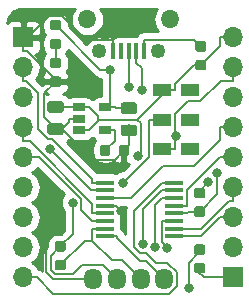
<source format=gtl>
G04 #@! TF.GenerationSoftware,KiCad,Pcbnew,(5.1.2)-1*
G04 #@! TF.CreationDate,2020-01-01T10:54:38+09:00*
G04 #@! TF.ProjectId,converter,636f6e76-6572-4746-9572-2e6b69636164,v1.0*
G04 #@! TF.SameCoordinates,Original*
G04 #@! TF.FileFunction,Copper,L1,Top*
G04 #@! TF.FilePolarity,Positive*
%FSLAX46Y46*%
G04 Gerber Fmt 4.6, Leading zero omitted, Abs format (unit mm)*
G04 Created by KiCad (PCBNEW (5.1.2)-1) date 2020-01-01 10:54:38*
%MOMM*%
%LPD*%
G04 APERTURE LIST*
%ADD10C,0.100000*%
%ADD11C,0.975000*%
%ADD12C,0.875000*%
%ADD13O,1.250000X1.250000*%
%ADD14O,1.550000X1.550000*%
%ADD15R,0.400000X1.350000*%
%ADD16R,1.060000X0.650000*%
%ADD17O,1.524000X1.800000*%
%ADD18O,1.700000X1.700000*%
%ADD19R,1.700000X1.700000*%
%ADD20R,1.600000X1.000000*%
%ADD21R,1.500000X0.450000*%
%ADD22C,0.800000*%
%ADD23C,0.200000*%
%ADD24C,0.254000*%
G04 APERTURE END LIST*
D10*
G36*
X102280142Y-136813174D02*
G01*
X102303803Y-136816684D01*
X102327007Y-136822496D01*
X102349529Y-136830554D01*
X102371153Y-136840782D01*
X102391670Y-136853079D01*
X102410883Y-136867329D01*
X102428607Y-136883393D01*
X102444671Y-136901117D01*
X102458921Y-136920330D01*
X102471218Y-136940847D01*
X102481446Y-136962471D01*
X102489504Y-136984993D01*
X102495316Y-137008197D01*
X102498826Y-137031858D01*
X102500000Y-137055750D01*
X102500000Y-137543250D01*
X102498826Y-137567142D01*
X102495316Y-137590803D01*
X102489504Y-137614007D01*
X102481446Y-137636529D01*
X102471218Y-137658153D01*
X102458921Y-137678670D01*
X102444671Y-137697883D01*
X102428607Y-137715607D01*
X102410883Y-137731671D01*
X102391670Y-137745921D01*
X102371153Y-137758218D01*
X102349529Y-137768446D01*
X102327007Y-137776504D01*
X102303803Y-137782316D01*
X102280142Y-137785826D01*
X102256250Y-137787000D01*
X101343750Y-137787000D01*
X101319858Y-137785826D01*
X101296197Y-137782316D01*
X101272993Y-137776504D01*
X101250471Y-137768446D01*
X101228847Y-137758218D01*
X101208330Y-137745921D01*
X101189117Y-137731671D01*
X101171393Y-137715607D01*
X101155329Y-137697883D01*
X101141079Y-137678670D01*
X101128782Y-137658153D01*
X101118554Y-137636529D01*
X101110496Y-137614007D01*
X101104684Y-137590803D01*
X101101174Y-137567142D01*
X101100000Y-137543250D01*
X101100000Y-137055750D01*
X101101174Y-137031858D01*
X101104684Y-137008197D01*
X101110496Y-136984993D01*
X101118554Y-136962471D01*
X101128782Y-136940847D01*
X101141079Y-136920330D01*
X101155329Y-136901117D01*
X101171393Y-136883393D01*
X101189117Y-136867329D01*
X101208330Y-136853079D01*
X101228847Y-136840782D01*
X101250471Y-136830554D01*
X101272993Y-136822496D01*
X101296197Y-136816684D01*
X101319858Y-136813174D01*
X101343750Y-136812000D01*
X102256250Y-136812000D01*
X102280142Y-136813174D01*
X102280142Y-136813174D01*
G37*
D11*
X101800000Y-137299500D03*
D10*
G36*
X102280142Y-134938174D02*
G01*
X102303803Y-134941684D01*
X102327007Y-134947496D01*
X102349529Y-134955554D01*
X102371153Y-134965782D01*
X102391670Y-134978079D01*
X102410883Y-134992329D01*
X102428607Y-135008393D01*
X102444671Y-135026117D01*
X102458921Y-135045330D01*
X102471218Y-135065847D01*
X102481446Y-135087471D01*
X102489504Y-135109993D01*
X102495316Y-135133197D01*
X102498826Y-135156858D01*
X102500000Y-135180750D01*
X102500000Y-135668250D01*
X102498826Y-135692142D01*
X102495316Y-135715803D01*
X102489504Y-135739007D01*
X102481446Y-135761529D01*
X102471218Y-135783153D01*
X102458921Y-135803670D01*
X102444671Y-135822883D01*
X102428607Y-135840607D01*
X102410883Y-135856671D01*
X102391670Y-135870921D01*
X102371153Y-135883218D01*
X102349529Y-135893446D01*
X102327007Y-135901504D01*
X102303803Y-135907316D01*
X102280142Y-135910826D01*
X102256250Y-135912000D01*
X101343750Y-135912000D01*
X101319858Y-135910826D01*
X101296197Y-135907316D01*
X101272993Y-135901504D01*
X101250471Y-135893446D01*
X101228847Y-135883218D01*
X101208330Y-135870921D01*
X101189117Y-135856671D01*
X101171393Y-135840607D01*
X101155329Y-135822883D01*
X101141079Y-135803670D01*
X101128782Y-135783153D01*
X101118554Y-135761529D01*
X101110496Y-135739007D01*
X101104684Y-135715803D01*
X101101174Y-135692142D01*
X101100000Y-135668250D01*
X101100000Y-135180750D01*
X101101174Y-135156858D01*
X101104684Y-135133197D01*
X101110496Y-135109993D01*
X101118554Y-135087471D01*
X101128782Y-135065847D01*
X101141079Y-135045330D01*
X101155329Y-135026117D01*
X101171393Y-135008393D01*
X101189117Y-134992329D01*
X101208330Y-134978079D01*
X101228847Y-134965782D01*
X101250471Y-134955554D01*
X101272993Y-134947496D01*
X101296197Y-134941684D01*
X101319858Y-134938174D01*
X101343750Y-134937000D01*
X102256250Y-134937000D01*
X102280142Y-134938174D01*
X102280142Y-134938174D01*
G37*
D11*
X101800000Y-135424500D03*
D10*
G36*
X106240691Y-138626053D02*
G01*
X106261926Y-138629203D01*
X106282750Y-138634419D01*
X106302962Y-138641651D01*
X106322368Y-138650830D01*
X106340781Y-138661866D01*
X106358024Y-138674654D01*
X106373930Y-138689070D01*
X106388346Y-138704976D01*
X106401134Y-138722219D01*
X106412170Y-138740632D01*
X106421349Y-138760038D01*
X106428581Y-138780250D01*
X106433797Y-138801074D01*
X106436947Y-138822309D01*
X106438000Y-138843750D01*
X106438000Y-139356250D01*
X106436947Y-139377691D01*
X106433797Y-139398926D01*
X106428581Y-139419750D01*
X106421349Y-139439962D01*
X106412170Y-139459368D01*
X106401134Y-139477781D01*
X106388346Y-139495024D01*
X106373930Y-139510930D01*
X106358024Y-139525346D01*
X106340781Y-139538134D01*
X106322368Y-139549170D01*
X106302962Y-139558349D01*
X106282750Y-139565581D01*
X106261926Y-139570797D01*
X106240691Y-139573947D01*
X106219250Y-139575000D01*
X105781750Y-139575000D01*
X105760309Y-139573947D01*
X105739074Y-139570797D01*
X105718250Y-139565581D01*
X105698038Y-139558349D01*
X105678632Y-139549170D01*
X105660219Y-139538134D01*
X105642976Y-139525346D01*
X105627070Y-139510930D01*
X105612654Y-139495024D01*
X105599866Y-139477781D01*
X105588830Y-139459368D01*
X105579651Y-139439962D01*
X105572419Y-139419750D01*
X105567203Y-139398926D01*
X105564053Y-139377691D01*
X105563000Y-139356250D01*
X105563000Y-138843750D01*
X105564053Y-138822309D01*
X105567203Y-138801074D01*
X105572419Y-138780250D01*
X105579651Y-138760038D01*
X105588830Y-138740632D01*
X105599866Y-138722219D01*
X105612654Y-138704976D01*
X105627070Y-138689070D01*
X105642976Y-138674654D01*
X105660219Y-138661866D01*
X105678632Y-138650830D01*
X105698038Y-138641651D01*
X105718250Y-138634419D01*
X105739074Y-138629203D01*
X105760309Y-138626053D01*
X105781750Y-138625000D01*
X106219250Y-138625000D01*
X106240691Y-138626053D01*
X106240691Y-138626053D01*
G37*
D12*
X106000500Y-139100000D03*
D10*
G36*
X107815691Y-138626053D02*
G01*
X107836926Y-138629203D01*
X107857750Y-138634419D01*
X107877962Y-138641651D01*
X107897368Y-138650830D01*
X107915781Y-138661866D01*
X107933024Y-138674654D01*
X107948930Y-138689070D01*
X107963346Y-138704976D01*
X107976134Y-138722219D01*
X107987170Y-138740632D01*
X107996349Y-138760038D01*
X108003581Y-138780250D01*
X108008797Y-138801074D01*
X108011947Y-138822309D01*
X108013000Y-138843750D01*
X108013000Y-139356250D01*
X108011947Y-139377691D01*
X108008797Y-139398926D01*
X108003581Y-139419750D01*
X107996349Y-139439962D01*
X107987170Y-139459368D01*
X107976134Y-139477781D01*
X107963346Y-139495024D01*
X107948930Y-139510930D01*
X107933024Y-139525346D01*
X107915781Y-139538134D01*
X107897368Y-139549170D01*
X107877962Y-139558349D01*
X107857750Y-139565581D01*
X107836926Y-139570797D01*
X107815691Y-139573947D01*
X107794250Y-139575000D01*
X107356750Y-139575000D01*
X107335309Y-139573947D01*
X107314074Y-139570797D01*
X107293250Y-139565581D01*
X107273038Y-139558349D01*
X107253632Y-139549170D01*
X107235219Y-139538134D01*
X107217976Y-139525346D01*
X107202070Y-139510930D01*
X107187654Y-139495024D01*
X107174866Y-139477781D01*
X107163830Y-139459368D01*
X107154651Y-139439962D01*
X107147419Y-139419750D01*
X107142203Y-139398926D01*
X107139053Y-139377691D01*
X107138000Y-139356250D01*
X107138000Y-138843750D01*
X107139053Y-138822309D01*
X107142203Y-138801074D01*
X107147419Y-138780250D01*
X107154651Y-138760038D01*
X107163830Y-138740632D01*
X107174866Y-138722219D01*
X107187654Y-138704976D01*
X107202070Y-138689070D01*
X107217976Y-138674654D01*
X107235219Y-138661866D01*
X107253632Y-138650830D01*
X107273038Y-138641651D01*
X107293250Y-138634419D01*
X107314074Y-138629203D01*
X107335309Y-138626053D01*
X107356750Y-138625000D01*
X107794250Y-138625000D01*
X107815691Y-138626053D01*
X107815691Y-138626053D01*
G37*
D12*
X107575500Y-139100000D03*
D10*
G36*
X108480142Y-135038174D02*
G01*
X108503803Y-135041684D01*
X108527007Y-135047496D01*
X108549529Y-135055554D01*
X108571153Y-135065782D01*
X108591670Y-135078079D01*
X108610883Y-135092329D01*
X108628607Y-135108393D01*
X108644671Y-135126117D01*
X108658921Y-135145330D01*
X108671218Y-135165847D01*
X108681446Y-135187471D01*
X108689504Y-135209993D01*
X108695316Y-135233197D01*
X108698826Y-135256858D01*
X108700000Y-135280750D01*
X108700000Y-135768250D01*
X108698826Y-135792142D01*
X108695316Y-135815803D01*
X108689504Y-135839007D01*
X108681446Y-135861529D01*
X108671218Y-135883153D01*
X108658921Y-135903670D01*
X108644671Y-135922883D01*
X108628607Y-135940607D01*
X108610883Y-135956671D01*
X108591670Y-135970921D01*
X108571153Y-135983218D01*
X108549529Y-135993446D01*
X108527007Y-136001504D01*
X108503803Y-136007316D01*
X108480142Y-136010826D01*
X108456250Y-136012000D01*
X107543750Y-136012000D01*
X107519858Y-136010826D01*
X107496197Y-136007316D01*
X107472993Y-136001504D01*
X107450471Y-135993446D01*
X107428847Y-135983218D01*
X107408330Y-135970921D01*
X107389117Y-135956671D01*
X107371393Y-135940607D01*
X107355329Y-135922883D01*
X107341079Y-135903670D01*
X107328782Y-135883153D01*
X107318554Y-135861529D01*
X107310496Y-135839007D01*
X107304684Y-135815803D01*
X107301174Y-135792142D01*
X107300000Y-135768250D01*
X107300000Y-135280750D01*
X107301174Y-135256858D01*
X107304684Y-135233197D01*
X107310496Y-135209993D01*
X107318554Y-135187471D01*
X107328782Y-135165847D01*
X107341079Y-135145330D01*
X107355329Y-135126117D01*
X107371393Y-135108393D01*
X107389117Y-135092329D01*
X107408330Y-135078079D01*
X107428847Y-135065782D01*
X107450471Y-135055554D01*
X107472993Y-135047496D01*
X107496197Y-135041684D01*
X107519858Y-135038174D01*
X107543750Y-135037000D01*
X108456250Y-135037000D01*
X108480142Y-135038174D01*
X108480142Y-135038174D01*
G37*
D11*
X108000000Y-135524500D03*
D10*
G36*
X108480142Y-136913174D02*
G01*
X108503803Y-136916684D01*
X108527007Y-136922496D01*
X108549529Y-136930554D01*
X108571153Y-136940782D01*
X108591670Y-136953079D01*
X108610883Y-136967329D01*
X108628607Y-136983393D01*
X108644671Y-137001117D01*
X108658921Y-137020330D01*
X108671218Y-137040847D01*
X108681446Y-137062471D01*
X108689504Y-137084993D01*
X108695316Y-137108197D01*
X108698826Y-137131858D01*
X108700000Y-137155750D01*
X108700000Y-137643250D01*
X108698826Y-137667142D01*
X108695316Y-137690803D01*
X108689504Y-137714007D01*
X108681446Y-137736529D01*
X108671218Y-137758153D01*
X108658921Y-137778670D01*
X108644671Y-137797883D01*
X108628607Y-137815607D01*
X108610883Y-137831671D01*
X108591670Y-137845921D01*
X108571153Y-137858218D01*
X108549529Y-137868446D01*
X108527007Y-137876504D01*
X108503803Y-137882316D01*
X108480142Y-137885826D01*
X108456250Y-137887000D01*
X107543750Y-137887000D01*
X107519858Y-137885826D01*
X107496197Y-137882316D01*
X107472993Y-137876504D01*
X107450471Y-137868446D01*
X107428847Y-137858218D01*
X107408330Y-137845921D01*
X107389117Y-137831671D01*
X107371393Y-137815607D01*
X107355329Y-137797883D01*
X107341079Y-137778670D01*
X107328782Y-137758153D01*
X107318554Y-137736529D01*
X107310496Y-137714007D01*
X107304684Y-137690803D01*
X107301174Y-137667142D01*
X107300000Y-137643250D01*
X107300000Y-137155750D01*
X107301174Y-137131858D01*
X107304684Y-137108197D01*
X107310496Y-137084993D01*
X107318554Y-137062471D01*
X107328782Y-137040847D01*
X107341079Y-137020330D01*
X107355329Y-137001117D01*
X107371393Y-136983393D01*
X107389117Y-136967329D01*
X107408330Y-136953079D01*
X107428847Y-136940782D01*
X107450471Y-136930554D01*
X107472993Y-136922496D01*
X107496197Y-136916684D01*
X107519858Y-136913174D01*
X107543750Y-136912000D01*
X108456250Y-136912000D01*
X108480142Y-136913174D01*
X108480142Y-136913174D01*
G37*
D11*
X108000000Y-137399500D03*
D10*
G36*
X102077691Y-129639053D02*
G01*
X102098926Y-129642203D01*
X102119750Y-129647419D01*
X102139962Y-129654651D01*
X102159368Y-129663830D01*
X102177781Y-129674866D01*
X102195024Y-129687654D01*
X102210930Y-129702070D01*
X102225346Y-129717976D01*
X102238134Y-129735219D01*
X102249170Y-129753632D01*
X102258349Y-129773038D01*
X102265581Y-129793250D01*
X102270797Y-129814074D01*
X102273947Y-129835309D01*
X102275000Y-129856750D01*
X102275000Y-130294250D01*
X102273947Y-130315691D01*
X102270797Y-130336926D01*
X102265581Y-130357750D01*
X102258349Y-130377962D01*
X102249170Y-130397368D01*
X102238134Y-130415781D01*
X102225346Y-130433024D01*
X102210930Y-130448930D01*
X102195024Y-130463346D01*
X102177781Y-130476134D01*
X102159368Y-130487170D01*
X102139962Y-130496349D01*
X102119750Y-130503581D01*
X102098926Y-130508797D01*
X102077691Y-130511947D01*
X102056250Y-130513000D01*
X101543750Y-130513000D01*
X101522309Y-130511947D01*
X101501074Y-130508797D01*
X101480250Y-130503581D01*
X101460038Y-130496349D01*
X101440632Y-130487170D01*
X101422219Y-130476134D01*
X101404976Y-130463346D01*
X101389070Y-130448930D01*
X101374654Y-130433024D01*
X101361866Y-130415781D01*
X101350830Y-130397368D01*
X101341651Y-130377962D01*
X101334419Y-130357750D01*
X101329203Y-130336926D01*
X101326053Y-130315691D01*
X101325000Y-130294250D01*
X101325000Y-129856750D01*
X101326053Y-129835309D01*
X101329203Y-129814074D01*
X101334419Y-129793250D01*
X101341651Y-129773038D01*
X101350830Y-129753632D01*
X101361866Y-129735219D01*
X101374654Y-129717976D01*
X101389070Y-129702070D01*
X101404976Y-129687654D01*
X101422219Y-129674866D01*
X101440632Y-129663830D01*
X101460038Y-129654651D01*
X101480250Y-129647419D01*
X101501074Y-129642203D01*
X101522309Y-129639053D01*
X101543750Y-129638000D01*
X102056250Y-129638000D01*
X102077691Y-129639053D01*
X102077691Y-129639053D01*
G37*
D12*
X101800000Y-130075500D03*
D10*
G36*
X102077691Y-128064053D02*
G01*
X102098926Y-128067203D01*
X102119750Y-128072419D01*
X102139962Y-128079651D01*
X102159368Y-128088830D01*
X102177781Y-128099866D01*
X102195024Y-128112654D01*
X102210930Y-128127070D01*
X102225346Y-128142976D01*
X102238134Y-128160219D01*
X102249170Y-128178632D01*
X102258349Y-128198038D01*
X102265581Y-128218250D01*
X102270797Y-128239074D01*
X102273947Y-128260309D01*
X102275000Y-128281750D01*
X102275000Y-128719250D01*
X102273947Y-128740691D01*
X102270797Y-128761926D01*
X102265581Y-128782750D01*
X102258349Y-128802962D01*
X102249170Y-128822368D01*
X102238134Y-128840781D01*
X102225346Y-128858024D01*
X102210930Y-128873930D01*
X102195024Y-128888346D01*
X102177781Y-128901134D01*
X102159368Y-128912170D01*
X102139962Y-128921349D01*
X102119750Y-128928581D01*
X102098926Y-128933797D01*
X102077691Y-128936947D01*
X102056250Y-128938000D01*
X101543750Y-128938000D01*
X101522309Y-128936947D01*
X101501074Y-128933797D01*
X101480250Y-128928581D01*
X101460038Y-128921349D01*
X101440632Y-128912170D01*
X101422219Y-128901134D01*
X101404976Y-128888346D01*
X101389070Y-128873930D01*
X101374654Y-128858024D01*
X101361866Y-128840781D01*
X101350830Y-128822368D01*
X101341651Y-128802962D01*
X101334419Y-128782750D01*
X101329203Y-128761926D01*
X101326053Y-128740691D01*
X101325000Y-128719250D01*
X101325000Y-128281750D01*
X101326053Y-128260309D01*
X101329203Y-128239074D01*
X101334419Y-128218250D01*
X101341651Y-128198038D01*
X101350830Y-128178632D01*
X101361866Y-128160219D01*
X101374654Y-128142976D01*
X101389070Y-128127070D01*
X101404976Y-128112654D01*
X101422219Y-128099866D01*
X101440632Y-128088830D01*
X101460038Y-128079651D01*
X101480250Y-128072419D01*
X101501074Y-128067203D01*
X101522309Y-128064053D01*
X101543750Y-128063000D01*
X102056250Y-128063000D01*
X102077691Y-128064053D01*
X102077691Y-128064053D01*
G37*
D12*
X101800000Y-128500500D03*
D13*
X105500000Y-130700000D03*
X110500000Y-130700000D03*
D14*
X104500000Y-128000000D03*
X111500000Y-128000000D03*
D15*
X106700000Y-130700000D03*
X107350000Y-130700000D03*
X108000000Y-130700000D03*
X108650000Y-130700000D03*
X109300000Y-130700000D03*
D10*
G36*
X114377691Y-129864053D02*
G01*
X114398926Y-129867203D01*
X114419750Y-129872419D01*
X114439962Y-129879651D01*
X114459368Y-129888830D01*
X114477781Y-129899866D01*
X114495024Y-129912654D01*
X114510930Y-129927070D01*
X114525346Y-129942976D01*
X114538134Y-129960219D01*
X114549170Y-129978632D01*
X114558349Y-129998038D01*
X114565581Y-130018250D01*
X114570797Y-130039074D01*
X114573947Y-130060309D01*
X114575000Y-130081750D01*
X114575000Y-130519250D01*
X114573947Y-130540691D01*
X114570797Y-130561926D01*
X114565581Y-130582750D01*
X114558349Y-130602962D01*
X114549170Y-130622368D01*
X114538134Y-130640781D01*
X114525346Y-130658024D01*
X114510930Y-130673930D01*
X114495024Y-130688346D01*
X114477781Y-130701134D01*
X114459368Y-130712170D01*
X114439962Y-130721349D01*
X114419750Y-130728581D01*
X114398926Y-130733797D01*
X114377691Y-130736947D01*
X114356250Y-130738000D01*
X113843750Y-130738000D01*
X113822309Y-130736947D01*
X113801074Y-130733797D01*
X113780250Y-130728581D01*
X113760038Y-130721349D01*
X113740632Y-130712170D01*
X113722219Y-130701134D01*
X113704976Y-130688346D01*
X113689070Y-130673930D01*
X113674654Y-130658024D01*
X113661866Y-130640781D01*
X113650830Y-130622368D01*
X113641651Y-130602962D01*
X113634419Y-130582750D01*
X113629203Y-130561926D01*
X113626053Y-130540691D01*
X113625000Y-130519250D01*
X113625000Y-130081750D01*
X113626053Y-130060309D01*
X113629203Y-130039074D01*
X113634419Y-130018250D01*
X113641651Y-129998038D01*
X113650830Y-129978632D01*
X113661866Y-129960219D01*
X113674654Y-129942976D01*
X113689070Y-129927070D01*
X113704976Y-129912654D01*
X113722219Y-129899866D01*
X113740632Y-129888830D01*
X113760038Y-129879651D01*
X113780250Y-129872419D01*
X113801074Y-129867203D01*
X113822309Y-129864053D01*
X113843750Y-129863000D01*
X114356250Y-129863000D01*
X114377691Y-129864053D01*
X114377691Y-129864053D01*
G37*
D12*
X114100000Y-130300500D03*
D10*
G36*
X114377691Y-131439053D02*
G01*
X114398926Y-131442203D01*
X114419750Y-131447419D01*
X114439962Y-131454651D01*
X114459368Y-131463830D01*
X114477781Y-131474866D01*
X114495024Y-131487654D01*
X114510930Y-131502070D01*
X114525346Y-131517976D01*
X114538134Y-131535219D01*
X114549170Y-131553632D01*
X114558349Y-131573038D01*
X114565581Y-131593250D01*
X114570797Y-131614074D01*
X114573947Y-131635309D01*
X114575000Y-131656750D01*
X114575000Y-132094250D01*
X114573947Y-132115691D01*
X114570797Y-132136926D01*
X114565581Y-132157750D01*
X114558349Y-132177962D01*
X114549170Y-132197368D01*
X114538134Y-132215781D01*
X114525346Y-132233024D01*
X114510930Y-132248930D01*
X114495024Y-132263346D01*
X114477781Y-132276134D01*
X114459368Y-132287170D01*
X114439962Y-132296349D01*
X114419750Y-132303581D01*
X114398926Y-132308797D01*
X114377691Y-132311947D01*
X114356250Y-132313000D01*
X113843750Y-132313000D01*
X113822309Y-132311947D01*
X113801074Y-132308797D01*
X113780250Y-132303581D01*
X113760038Y-132296349D01*
X113740632Y-132287170D01*
X113722219Y-132276134D01*
X113704976Y-132263346D01*
X113689070Y-132248930D01*
X113674654Y-132233024D01*
X113661866Y-132215781D01*
X113650830Y-132197368D01*
X113641651Y-132177962D01*
X113634419Y-132157750D01*
X113629203Y-132136926D01*
X113626053Y-132115691D01*
X113625000Y-132094250D01*
X113625000Y-131656750D01*
X113626053Y-131635309D01*
X113629203Y-131614074D01*
X113634419Y-131593250D01*
X113641651Y-131573038D01*
X113650830Y-131553632D01*
X113661866Y-131535219D01*
X113674654Y-131517976D01*
X113689070Y-131502070D01*
X113704976Y-131487654D01*
X113722219Y-131474866D01*
X113740632Y-131463830D01*
X113760038Y-131454651D01*
X113780250Y-131447419D01*
X113801074Y-131442203D01*
X113822309Y-131439053D01*
X113843750Y-131438000D01*
X114356250Y-131438000D01*
X114377691Y-131439053D01*
X114377691Y-131439053D01*
G37*
D12*
X114100000Y-131875500D03*
D10*
G36*
X102077691Y-131264053D02*
G01*
X102098926Y-131267203D01*
X102119750Y-131272419D01*
X102139962Y-131279651D01*
X102159368Y-131288830D01*
X102177781Y-131299866D01*
X102195024Y-131312654D01*
X102210930Y-131327070D01*
X102225346Y-131342976D01*
X102238134Y-131360219D01*
X102249170Y-131378632D01*
X102258349Y-131398038D01*
X102265581Y-131418250D01*
X102270797Y-131439074D01*
X102273947Y-131460309D01*
X102275000Y-131481750D01*
X102275000Y-131919250D01*
X102273947Y-131940691D01*
X102270797Y-131961926D01*
X102265581Y-131982750D01*
X102258349Y-132002962D01*
X102249170Y-132022368D01*
X102238134Y-132040781D01*
X102225346Y-132058024D01*
X102210930Y-132073930D01*
X102195024Y-132088346D01*
X102177781Y-132101134D01*
X102159368Y-132112170D01*
X102139962Y-132121349D01*
X102119750Y-132128581D01*
X102098926Y-132133797D01*
X102077691Y-132136947D01*
X102056250Y-132138000D01*
X101543750Y-132138000D01*
X101522309Y-132136947D01*
X101501074Y-132133797D01*
X101480250Y-132128581D01*
X101460038Y-132121349D01*
X101440632Y-132112170D01*
X101422219Y-132101134D01*
X101404976Y-132088346D01*
X101389070Y-132073930D01*
X101374654Y-132058024D01*
X101361866Y-132040781D01*
X101350830Y-132022368D01*
X101341651Y-132002962D01*
X101334419Y-131982750D01*
X101329203Y-131961926D01*
X101326053Y-131940691D01*
X101325000Y-131919250D01*
X101325000Y-131481750D01*
X101326053Y-131460309D01*
X101329203Y-131439074D01*
X101334419Y-131418250D01*
X101341651Y-131398038D01*
X101350830Y-131378632D01*
X101361866Y-131360219D01*
X101374654Y-131342976D01*
X101389070Y-131327070D01*
X101404976Y-131312654D01*
X101422219Y-131299866D01*
X101440632Y-131288830D01*
X101460038Y-131279651D01*
X101480250Y-131272419D01*
X101501074Y-131267203D01*
X101522309Y-131264053D01*
X101543750Y-131263000D01*
X102056250Y-131263000D01*
X102077691Y-131264053D01*
X102077691Y-131264053D01*
G37*
D12*
X101800000Y-131700500D03*
D10*
G36*
X102077691Y-132839053D02*
G01*
X102098926Y-132842203D01*
X102119750Y-132847419D01*
X102139962Y-132854651D01*
X102159368Y-132863830D01*
X102177781Y-132874866D01*
X102195024Y-132887654D01*
X102210930Y-132902070D01*
X102225346Y-132917976D01*
X102238134Y-132935219D01*
X102249170Y-132953632D01*
X102258349Y-132973038D01*
X102265581Y-132993250D01*
X102270797Y-133014074D01*
X102273947Y-133035309D01*
X102275000Y-133056750D01*
X102275000Y-133494250D01*
X102273947Y-133515691D01*
X102270797Y-133536926D01*
X102265581Y-133557750D01*
X102258349Y-133577962D01*
X102249170Y-133597368D01*
X102238134Y-133615781D01*
X102225346Y-133633024D01*
X102210930Y-133648930D01*
X102195024Y-133663346D01*
X102177781Y-133676134D01*
X102159368Y-133687170D01*
X102139962Y-133696349D01*
X102119750Y-133703581D01*
X102098926Y-133708797D01*
X102077691Y-133711947D01*
X102056250Y-133713000D01*
X101543750Y-133713000D01*
X101522309Y-133711947D01*
X101501074Y-133708797D01*
X101480250Y-133703581D01*
X101460038Y-133696349D01*
X101440632Y-133687170D01*
X101422219Y-133676134D01*
X101404976Y-133663346D01*
X101389070Y-133648930D01*
X101374654Y-133633024D01*
X101361866Y-133615781D01*
X101350830Y-133597368D01*
X101341651Y-133577962D01*
X101334419Y-133557750D01*
X101329203Y-133536926D01*
X101326053Y-133515691D01*
X101325000Y-133494250D01*
X101325000Y-133056750D01*
X101326053Y-133035309D01*
X101329203Y-133014074D01*
X101334419Y-132993250D01*
X101341651Y-132973038D01*
X101350830Y-132953632D01*
X101361866Y-132935219D01*
X101374654Y-132917976D01*
X101389070Y-132902070D01*
X101404976Y-132887654D01*
X101422219Y-132874866D01*
X101440632Y-132863830D01*
X101460038Y-132854651D01*
X101480250Y-132847419D01*
X101501074Y-132842203D01*
X101522309Y-132839053D01*
X101543750Y-132838000D01*
X102056250Y-132838000D01*
X102077691Y-132839053D01*
X102077691Y-132839053D01*
G37*
D12*
X101800000Y-133275500D03*
D16*
X103800000Y-135450000D03*
X103800000Y-136400000D03*
X103800000Y-137350000D03*
X106000000Y-137350000D03*
X106000000Y-135450000D03*
D17*
X111000000Y-150000000D03*
X109000000Y-150000000D03*
X107000000Y-150000000D03*
X105000000Y-150000000D03*
D18*
X99060000Y-149860000D03*
X99060000Y-147320000D03*
X99060000Y-144780000D03*
X99060000Y-142240000D03*
X99060000Y-139700000D03*
X99060000Y-137160000D03*
X99060000Y-134620000D03*
X99060000Y-132080000D03*
D19*
X99060000Y-129540000D03*
X116840000Y-149860000D03*
D18*
X116840000Y-147320000D03*
X116840000Y-144780000D03*
X116840000Y-142240000D03*
X116840000Y-139700000D03*
X116840000Y-137160000D03*
X116840000Y-134620000D03*
X116840000Y-132080000D03*
X116840000Y-129540000D03*
D10*
G36*
X102477691Y-146788053D02*
G01*
X102498926Y-146791203D01*
X102519750Y-146796419D01*
X102539962Y-146803651D01*
X102559368Y-146812830D01*
X102577781Y-146823866D01*
X102595024Y-146836654D01*
X102610930Y-146851070D01*
X102625346Y-146866976D01*
X102638134Y-146884219D01*
X102649170Y-146902632D01*
X102658349Y-146922038D01*
X102665581Y-146942250D01*
X102670797Y-146963074D01*
X102673947Y-146984309D01*
X102675000Y-147005750D01*
X102675000Y-147443250D01*
X102673947Y-147464691D01*
X102670797Y-147485926D01*
X102665581Y-147506750D01*
X102658349Y-147526962D01*
X102649170Y-147546368D01*
X102638134Y-147564781D01*
X102625346Y-147582024D01*
X102610930Y-147597930D01*
X102595024Y-147612346D01*
X102577781Y-147625134D01*
X102559368Y-147636170D01*
X102539962Y-147645349D01*
X102519750Y-147652581D01*
X102498926Y-147657797D01*
X102477691Y-147660947D01*
X102456250Y-147662000D01*
X101943750Y-147662000D01*
X101922309Y-147660947D01*
X101901074Y-147657797D01*
X101880250Y-147652581D01*
X101860038Y-147645349D01*
X101840632Y-147636170D01*
X101822219Y-147625134D01*
X101804976Y-147612346D01*
X101789070Y-147597930D01*
X101774654Y-147582024D01*
X101761866Y-147564781D01*
X101750830Y-147546368D01*
X101741651Y-147526962D01*
X101734419Y-147506750D01*
X101729203Y-147485926D01*
X101726053Y-147464691D01*
X101725000Y-147443250D01*
X101725000Y-147005750D01*
X101726053Y-146984309D01*
X101729203Y-146963074D01*
X101734419Y-146942250D01*
X101741651Y-146922038D01*
X101750830Y-146902632D01*
X101761866Y-146884219D01*
X101774654Y-146866976D01*
X101789070Y-146851070D01*
X101804976Y-146836654D01*
X101822219Y-146823866D01*
X101840632Y-146812830D01*
X101860038Y-146803651D01*
X101880250Y-146796419D01*
X101901074Y-146791203D01*
X101922309Y-146788053D01*
X101943750Y-146787000D01*
X102456250Y-146787000D01*
X102477691Y-146788053D01*
X102477691Y-146788053D01*
G37*
D12*
X102200000Y-147224500D03*
D10*
G36*
X102477691Y-148363053D02*
G01*
X102498926Y-148366203D01*
X102519750Y-148371419D01*
X102539962Y-148378651D01*
X102559368Y-148387830D01*
X102577781Y-148398866D01*
X102595024Y-148411654D01*
X102610930Y-148426070D01*
X102625346Y-148441976D01*
X102638134Y-148459219D01*
X102649170Y-148477632D01*
X102658349Y-148497038D01*
X102665581Y-148517250D01*
X102670797Y-148538074D01*
X102673947Y-148559309D01*
X102675000Y-148580750D01*
X102675000Y-149018250D01*
X102673947Y-149039691D01*
X102670797Y-149060926D01*
X102665581Y-149081750D01*
X102658349Y-149101962D01*
X102649170Y-149121368D01*
X102638134Y-149139781D01*
X102625346Y-149157024D01*
X102610930Y-149172930D01*
X102595024Y-149187346D01*
X102577781Y-149200134D01*
X102559368Y-149211170D01*
X102539962Y-149220349D01*
X102519750Y-149227581D01*
X102498926Y-149232797D01*
X102477691Y-149235947D01*
X102456250Y-149237000D01*
X101943750Y-149237000D01*
X101922309Y-149235947D01*
X101901074Y-149232797D01*
X101880250Y-149227581D01*
X101860038Y-149220349D01*
X101840632Y-149211170D01*
X101822219Y-149200134D01*
X101804976Y-149187346D01*
X101789070Y-149172930D01*
X101774654Y-149157024D01*
X101761866Y-149139781D01*
X101750830Y-149121368D01*
X101741651Y-149101962D01*
X101734419Y-149081750D01*
X101729203Y-149060926D01*
X101726053Y-149039691D01*
X101725000Y-149018250D01*
X101725000Y-148580750D01*
X101726053Y-148559309D01*
X101729203Y-148538074D01*
X101734419Y-148517250D01*
X101741651Y-148497038D01*
X101750830Y-148477632D01*
X101761866Y-148459219D01*
X101774654Y-148441976D01*
X101789070Y-148426070D01*
X101804976Y-148411654D01*
X101822219Y-148398866D01*
X101840632Y-148387830D01*
X101860038Y-148378651D01*
X101880250Y-148371419D01*
X101901074Y-148366203D01*
X101922309Y-148363053D01*
X101943750Y-148362000D01*
X102456250Y-148362000D01*
X102477691Y-148363053D01*
X102477691Y-148363053D01*
G37*
D12*
X102200000Y-148799500D03*
D10*
G36*
X114277691Y-147063553D02*
G01*
X114298926Y-147066703D01*
X114319750Y-147071919D01*
X114339962Y-147079151D01*
X114359368Y-147088330D01*
X114377781Y-147099366D01*
X114395024Y-147112154D01*
X114410930Y-147126570D01*
X114425346Y-147142476D01*
X114438134Y-147159719D01*
X114449170Y-147178132D01*
X114458349Y-147197538D01*
X114465581Y-147217750D01*
X114470797Y-147238574D01*
X114473947Y-147259809D01*
X114475000Y-147281250D01*
X114475000Y-147718750D01*
X114473947Y-147740191D01*
X114470797Y-147761426D01*
X114465581Y-147782250D01*
X114458349Y-147802462D01*
X114449170Y-147821868D01*
X114438134Y-147840281D01*
X114425346Y-147857524D01*
X114410930Y-147873430D01*
X114395024Y-147887846D01*
X114377781Y-147900634D01*
X114359368Y-147911670D01*
X114339962Y-147920849D01*
X114319750Y-147928081D01*
X114298926Y-147933297D01*
X114277691Y-147936447D01*
X114256250Y-147937500D01*
X113743750Y-147937500D01*
X113722309Y-147936447D01*
X113701074Y-147933297D01*
X113680250Y-147928081D01*
X113660038Y-147920849D01*
X113640632Y-147911670D01*
X113622219Y-147900634D01*
X113604976Y-147887846D01*
X113589070Y-147873430D01*
X113574654Y-147857524D01*
X113561866Y-147840281D01*
X113550830Y-147821868D01*
X113541651Y-147802462D01*
X113534419Y-147782250D01*
X113529203Y-147761426D01*
X113526053Y-147740191D01*
X113525000Y-147718750D01*
X113525000Y-147281250D01*
X113526053Y-147259809D01*
X113529203Y-147238574D01*
X113534419Y-147217750D01*
X113541651Y-147197538D01*
X113550830Y-147178132D01*
X113561866Y-147159719D01*
X113574654Y-147142476D01*
X113589070Y-147126570D01*
X113604976Y-147112154D01*
X113622219Y-147099366D01*
X113640632Y-147088330D01*
X113660038Y-147079151D01*
X113680250Y-147071919D01*
X113701074Y-147066703D01*
X113722309Y-147063553D01*
X113743750Y-147062500D01*
X114256250Y-147062500D01*
X114277691Y-147063553D01*
X114277691Y-147063553D01*
G37*
D12*
X114000000Y-147500000D03*
D10*
G36*
X114277691Y-148638553D02*
G01*
X114298926Y-148641703D01*
X114319750Y-148646919D01*
X114339962Y-148654151D01*
X114359368Y-148663330D01*
X114377781Y-148674366D01*
X114395024Y-148687154D01*
X114410930Y-148701570D01*
X114425346Y-148717476D01*
X114438134Y-148734719D01*
X114449170Y-148753132D01*
X114458349Y-148772538D01*
X114465581Y-148792750D01*
X114470797Y-148813574D01*
X114473947Y-148834809D01*
X114475000Y-148856250D01*
X114475000Y-149293750D01*
X114473947Y-149315191D01*
X114470797Y-149336426D01*
X114465581Y-149357250D01*
X114458349Y-149377462D01*
X114449170Y-149396868D01*
X114438134Y-149415281D01*
X114425346Y-149432524D01*
X114410930Y-149448430D01*
X114395024Y-149462846D01*
X114377781Y-149475634D01*
X114359368Y-149486670D01*
X114339962Y-149495849D01*
X114319750Y-149503081D01*
X114298926Y-149508297D01*
X114277691Y-149511447D01*
X114256250Y-149512500D01*
X113743750Y-149512500D01*
X113722309Y-149511447D01*
X113701074Y-149508297D01*
X113680250Y-149503081D01*
X113660038Y-149495849D01*
X113640632Y-149486670D01*
X113622219Y-149475634D01*
X113604976Y-149462846D01*
X113589070Y-149448430D01*
X113574654Y-149432524D01*
X113561866Y-149415281D01*
X113550830Y-149396868D01*
X113541651Y-149377462D01*
X113534419Y-149357250D01*
X113529203Y-149336426D01*
X113526053Y-149315191D01*
X113525000Y-149293750D01*
X113525000Y-148856250D01*
X113526053Y-148834809D01*
X113529203Y-148813574D01*
X113534419Y-148792750D01*
X113541651Y-148772538D01*
X113550830Y-148753132D01*
X113561866Y-148734719D01*
X113574654Y-148717476D01*
X113589070Y-148701570D01*
X113604976Y-148687154D01*
X113622219Y-148674366D01*
X113640632Y-148663330D01*
X113660038Y-148654151D01*
X113680250Y-148646919D01*
X113701074Y-148641703D01*
X113722309Y-148638553D01*
X113743750Y-148637500D01*
X114256250Y-148637500D01*
X114277691Y-148638553D01*
X114277691Y-148638553D01*
G37*
D12*
X114000000Y-149075000D03*
D20*
X110800000Y-139000000D03*
X110800000Y-136500000D03*
X110800000Y-134000000D03*
X113200000Y-139000000D03*
X113200000Y-136500000D03*
X113200000Y-134000000D03*
D21*
X105950000Y-141825000D03*
X105950000Y-142475000D03*
X105950000Y-143125000D03*
X105950000Y-143775000D03*
X105950000Y-144425000D03*
X105950000Y-145075000D03*
X105950000Y-145725000D03*
X105950000Y-146375000D03*
X111850000Y-146375000D03*
X111850000Y-145725000D03*
X111850000Y-145075000D03*
X111850000Y-144425000D03*
X111850000Y-143775000D03*
X111850000Y-143125000D03*
X111850000Y-142475000D03*
X111850000Y-141825000D03*
D10*
G36*
X114277691Y-143839053D02*
G01*
X114298926Y-143842203D01*
X114319750Y-143847419D01*
X114339962Y-143854651D01*
X114359368Y-143863830D01*
X114377781Y-143874866D01*
X114395024Y-143887654D01*
X114410930Y-143902070D01*
X114425346Y-143917976D01*
X114438134Y-143935219D01*
X114449170Y-143953632D01*
X114458349Y-143973038D01*
X114465581Y-143993250D01*
X114470797Y-144014074D01*
X114473947Y-144035309D01*
X114475000Y-144056750D01*
X114475000Y-144494250D01*
X114473947Y-144515691D01*
X114470797Y-144536926D01*
X114465581Y-144557750D01*
X114458349Y-144577962D01*
X114449170Y-144597368D01*
X114438134Y-144615781D01*
X114425346Y-144633024D01*
X114410930Y-144648930D01*
X114395024Y-144663346D01*
X114377781Y-144676134D01*
X114359368Y-144687170D01*
X114339962Y-144696349D01*
X114319750Y-144703581D01*
X114298926Y-144708797D01*
X114277691Y-144711947D01*
X114256250Y-144713000D01*
X113743750Y-144713000D01*
X113722309Y-144711947D01*
X113701074Y-144708797D01*
X113680250Y-144703581D01*
X113660038Y-144696349D01*
X113640632Y-144687170D01*
X113622219Y-144676134D01*
X113604976Y-144663346D01*
X113589070Y-144648930D01*
X113574654Y-144633024D01*
X113561866Y-144615781D01*
X113550830Y-144597368D01*
X113541651Y-144577962D01*
X113534419Y-144557750D01*
X113529203Y-144536926D01*
X113526053Y-144515691D01*
X113525000Y-144494250D01*
X113525000Y-144056750D01*
X113526053Y-144035309D01*
X113529203Y-144014074D01*
X113534419Y-143993250D01*
X113541651Y-143973038D01*
X113550830Y-143953632D01*
X113561866Y-143935219D01*
X113574654Y-143917976D01*
X113589070Y-143902070D01*
X113604976Y-143887654D01*
X113622219Y-143874866D01*
X113640632Y-143863830D01*
X113660038Y-143854651D01*
X113680250Y-143847419D01*
X113701074Y-143842203D01*
X113722309Y-143839053D01*
X113743750Y-143838000D01*
X114256250Y-143838000D01*
X114277691Y-143839053D01*
X114277691Y-143839053D01*
G37*
D12*
X114000000Y-144275500D03*
D10*
G36*
X114277691Y-142264053D02*
G01*
X114298926Y-142267203D01*
X114319750Y-142272419D01*
X114339962Y-142279651D01*
X114359368Y-142288830D01*
X114377781Y-142299866D01*
X114395024Y-142312654D01*
X114410930Y-142327070D01*
X114425346Y-142342976D01*
X114438134Y-142360219D01*
X114449170Y-142378632D01*
X114458349Y-142398038D01*
X114465581Y-142418250D01*
X114470797Y-142439074D01*
X114473947Y-142460309D01*
X114475000Y-142481750D01*
X114475000Y-142919250D01*
X114473947Y-142940691D01*
X114470797Y-142961926D01*
X114465581Y-142982750D01*
X114458349Y-143002962D01*
X114449170Y-143022368D01*
X114438134Y-143040781D01*
X114425346Y-143058024D01*
X114410930Y-143073930D01*
X114395024Y-143088346D01*
X114377781Y-143101134D01*
X114359368Y-143112170D01*
X114339962Y-143121349D01*
X114319750Y-143128581D01*
X114298926Y-143133797D01*
X114277691Y-143136947D01*
X114256250Y-143138000D01*
X113743750Y-143138000D01*
X113722309Y-143136947D01*
X113701074Y-143133797D01*
X113680250Y-143128581D01*
X113660038Y-143121349D01*
X113640632Y-143112170D01*
X113622219Y-143101134D01*
X113604976Y-143088346D01*
X113589070Y-143073930D01*
X113574654Y-143058024D01*
X113561866Y-143040781D01*
X113550830Y-143022368D01*
X113541651Y-143002962D01*
X113534419Y-142982750D01*
X113529203Y-142961926D01*
X113526053Y-142940691D01*
X113525000Y-142919250D01*
X113525000Y-142481750D01*
X113526053Y-142460309D01*
X113529203Y-142439074D01*
X113534419Y-142418250D01*
X113541651Y-142398038D01*
X113550830Y-142378632D01*
X113561866Y-142360219D01*
X113574654Y-142342976D01*
X113589070Y-142327070D01*
X113604976Y-142312654D01*
X113622219Y-142299866D01*
X113640632Y-142288830D01*
X113660038Y-142279651D01*
X113680250Y-142272419D01*
X113701074Y-142267203D01*
X113722309Y-142264053D01*
X113743750Y-142263000D01*
X114256250Y-142263000D01*
X114277691Y-142264053D01*
X114277691Y-142264053D01*
G37*
D12*
X114000000Y-142700500D03*
D22*
X107322500Y-144226200D03*
X102270100Y-144803600D03*
X114726700Y-141773200D03*
X108783700Y-139551800D03*
X106415200Y-132300500D03*
X111994200Y-137885600D03*
X115467000Y-140995400D03*
X108000000Y-133736300D03*
X109104400Y-133976800D03*
X113063800Y-150708500D03*
X103259100Y-143511600D03*
X107526100Y-141829500D03*
X111205000Y-147334200D03*
X110197200Y-147306500D03*
X109196800Y-147010900D03*
X101301800Y-138953200D03*
D23*
X108000000Y-137399500D02*
X108000000Y-138675500D01*
X108000000Y-138675500D02*
X107575500Y-139100000D01*
X106700000Y-130700000D02*
X106700000Y-129724700D01*
X99060000Y-129927200D02*
X101236800Y-127750400D01*
X101236800Y-127750400D02*
X102304700Y-127750400D01*
X102304700Y-127750400D02*
X104279000Y-129724700D01*
X104279000Y-129724700D02*
X106700000Y-129724700D01*
X99060000Y-129927200D02*
X99060000Y-130690300D01*
X99060000Y-129540000D02*
X99060000Y-129927200D01*
X101800000Y-133275500D02*
X100794200Y-134281300D01*
X100794200Y-134281300D02*
X100794200Y-136293700D01*
X100794200Y-136293700D02*
X101800000Y-137299500D01*
X99060000Y-130690300D02*
X99339200Y-130690300D01*
X99339200Y-130690300D02*
X101800000Y-133151100D01*
X101800000Y-133151100D02*
X101800000Y-133275500D01*
X105000000Y-150000000D02*
X101608700Y-150000000D01*
X101608700Y-150000000D02*
X100963200Y-149354500D01*
X100963200Y-149354500D02*
X100963200Y-146110500D01*
X100963200Y-146110500D02*
X102270100Y-144803600D01*
X105950000Y-143775000D02*
X107000300Y-143775000D01*
X107000300Y-143775000D02*
X107000300Y-143904000D01*
X107000300Y-143904000D02*
X107322500Y-144226200D01*
X103800000Y-136400000D02*
X102969700Y-136400000D01*
X102385000Y-137265400D02*
X102969700Y-136680700D01*
X102969700Y-136680700D02*
X102969700Y-136400000D01*
X107575500Y-139100000D02*
X106794600Y-139880900D01*
X106794600Y-139880900D02*
X105000500Y-139880900D01*
X105000500Y-139880900D02*
X102385000Y-137265400D01*
X102385000Y-137265400D02*
X101834100Y-137265400D01*
X101834100Y-137265400D02*
X101800000Y-137299500D01*
X114000000Y-142700500D02*
X114000000Y-142499900D01*
X114000000Y-142499900D02*
X114726700Y-141773200D01*
X110800000Y-134000000D02*
X111900300Y-134000000D01*
X111900300Y-134000000D02*
X111900300Y-133499800D01*
X111900300Y-133499800D02*
X113524600Y-131875500D01*
X113524600Y-131875500D02*
X114100000Y-131875500D01*
X108731300Y-136505400D02*
X110800000Y-134436700D01*
X110800000Y-134436700D02*
X110800000Y-134000000D01*
X105405100Y-136505400D02*
X105405100Y-136575200D01*
X105405100Y-136575200D02*
X104630300Y-137350000D01*
X104630300Y-135450000D02*
X105405100Y-136224800D01*
X105405100Y-136224800D02*
X105405100Y-136505400D01*
X105405100Y-136505400D02*
X108731300Y-136505400D01*
X108731300Y-136505400D02*
X109001300Y-136775400D01*
X109001300Y-136775400D02*
X109001300Y-139334200D01*
X109001300Y-139334200D02*
X108783700Y-139551800D01*
X116840000Y-129540000D02*
X115689700Y-129540000D01*
X114100000Y-131875500D02*
X115689700Y-130285800D01*
X115689700Y-130285800D02*
X115689700Y-129540000D01*
X103800000Y-135450000D02*
X104630300Y-135450000D01*
X103800000Y-135450000D02*
X101825500Y-135450000D01*
X101825500Y-135450000D02*
X101800000Y-135424500D01*
X103800000Y-137350000D02*
X104630300Y-137350000D01*
X106000000Y-137350000D02*
X106830300Y-137350000D01*
X106830300Y-137350000D02*
X106830300Y-138270200D01*
X106830300Y-138270200D02*
X106000500Y-139100000D01*
X106415200Y-132300500D02*
X105600000Y-132300500D01*
X105600000Y-132300500D02*
X101800000Y-128500500D01*
X106415200Y-135450000D02*
X106415200Y-132300500D01*
X106415200Y-135450000D02*
X106830300Y-135450000D01*
X106000000Y-135450000D02*
X106415200Y-135450000D01*
X111900300Y-137885600D02*
X111994200Y-137885600D01*
X108000000Y-135524500D02*
X106904800Y-135524500D01*
X106904800Y-135524500D02*
X106830300Y-135450000D01*
X116840000Y-132080000D02*
X116840000Y-133230300D01*
X111900300Y-137885600D02*
X111900300Y-136048900D01*
X111900300Y-136048900D02*
X112992400Y-134956800D01*
X112992400Y-134956800D02*
X114039700Y-134956800D01*
X114039700Y-134956800D02*
X115766200Y-133230300D01*
X115766200Y-133230300D02*
X116840000Y-133230300D01*
X111900300Y-139000000D02*
X111900300Y-137885600D01*
X114000000Y-144275500D02*
X115467000Y-142808500D01*
X115467000Y-142808500D02*
X115467000Y-140995400D01*
X112900300Y-144425000D02*
X113049800Y-144275500D01*
X113049800Y-144275500D02*
X114000000Y-144275500D01*
X110800000Y-139000000D02*
X111900300Y-139000000D01*
X112375200Y-144425000D02*
X111850000Y-144425000D01*
X112375200Y-144425000D02*
X112900300Y-144425000D01*
X101800000Y-130075500D02*
X101800000Y-131700500D01*
X116840000Y-144780000D02*
X115689700Y-144780000D01*
X111850000Y-146375000D02*
X114094700Y-146375000D01*
X114094700Y-146375000D02*
X115689700Y-144780000D01*
X111850000Y-145725000D02*
X114125100Y-145725000D01*
X114125100Y-145725000D02*
X116459800Y-143390300D01*
X116459800Y-143390300D02*
X116840000Y-143390300D01*
X116840000Y-142240000D02*
X116840000Y-143390300D01*
X115689700Y-137160000D02*
X115689700Y-138238400D01*
X115689700Y-138238400D02*
X113501600Y-140426500D01*
X113501600Y-140426500D02*
X110891000Y-140426500D01*
X110891000Y-140426500D02*
X108192500Y-143125000D01*
X108192500Y-143125000D02*
X105950000Y-143125000D01*
X116840000Y-137160000D02*
X115689700Y-137160000D01*
X108000000Y-133736300D02*
X108000000Y-130700000D01*
X108650000Y-130700000D02*
X108650000Y-131675300D01*
X108650000Y-131675300D02*
X109104400Y-132129700D01*
X109104400Y-132129700D02*
X109104400Y-133976800D01*
X109300000Y-130700000D02*
X109300000Y-129724700D01*
X109300000Y-129724700D02*
X113524200Y-129724700D01*
X113524200Y-129724700D02*
X114100000Y-130300500D01*
X116840000Y-139700000D02*
X115689700Y-139700000D01*
X111850000Y-143775000D02*
X112900300Y-143775000D01*
X112900300Y-143775000D02*
X112900300Y-142489400D01*
X112900300Y-142489400D02*
X115689700Y-139700000D01*
X111000000Y-150000000D02*
X109428600Y-148428600D01*
X109428600Y-148428600D02*
X108939000Y-148428600D01*
X108939000Y-148428600D02*
X108909700Y-148399300D01*
X108909700Y-148399300D02*
X108905000Y-148399300D01*
X108905000Y-148399300D02*
X107000300Y-146494600D01*
X107000300Y-146494600D02*
X107000300Y-146375000D01*
X116840000Y-149860000D02*
X114384500Y-149860000D01*
X114384500Y-149860000D02*
X113900000Y-149375500D01*
X105950000Y-146375000D02*
X107000300Y-146375000D01*
X104899600Y-146746600D02*
X104899600Y-145725100D01*
X104899600Y-145725100D02*
X104899700Y-145725000D01*
X109000000Y-150000000D02*
X107398900Y-148398900D01*
X107398900Y-148398900D02*
X106551900Y-148398900D01*
X106551900Y-148398900D02*
X104899600Y-146746600D01*
X104899600Y-146746600D02*
X104252900Y-146746600D01*
X104252900Y-146746600D02*
X102200000Y-148799500D01*
X105950000Y-145725000D02*
X104899700Y-145725000D01*
X102200000Y-147224500D02*
X103259100Y-146165400D01*
X103259100Y-146165400D02*
X103259100Y-143511600D01*
X109699700Y-136500000D02*
X109699700Y-139655900D01*
X109699700Y-139655900D02*
X107526100Y-141829500D01*
X113900000Y-147800500D02*
X113063800Y-148636700D01*
X113063800Y-148636700D02*
X113063800Y-150708500D01*
X110800000Y-136500000D02*
X109699700Y-136500000D01*
X102200000Y-147224500D02*
X101393700Y-148030800D01*
X101393700Y-148030800D02*
X101393700Y-149207600D01*
X101393700Y-149207600D02*
X101755000Y-149568900D01*
X101755000Y-149568900D02*
X103250900Y-149568900D01*
X103250900Y-149568900D02*
X104020500Y-148799300D01*
X104020500Y-148799300D02*
X105799300Y-148799300D01*
X105799300Y-148799300D02*
X107000000Y-150000000D01*
X99060000Y-149860000D02*
X100210300Y-149860000D01*
X100210300Y-149860000D02*
X101575600Y-151225300D01*
X101575600Y-151225300D02*
X111418800Y-151225300D01*
X111418800Y-151225300D02*
X112074600Y-150569500D01*
X112074600Y-150569500D02*
X112074600Y-149411600D01*
X112074600Y-149411600D02*
X111253500Y-148590500D01*
X111253500Y-148590500D02*
X110335400Y-148590500D01*
X110335400Y-148590500D02*
X109496300Y-147751400D01*
X109496300Y-147751400D02*
X108921400Y-147751400D01*
X108921400Y-147751400D02*
X108436300Y-147266300D01*
X108436300Y-147266300D02*
X108436300Y-144188400D01*
X108436300Y-144188400D02*
X110799700Y-141825000D01*
X111850000Y-141825000D02*
X110799700Y-141825000D01*
X110799700Y-145075000D02*
X110799700Y-146874900D01*
X110799700Y-146874900D02*
X111205000Y-147280200D01*
X111205000Y-147280200D02*
X111205000Y-147334200D01*
X111850000Y-145075000D02*
X110799700Y-145075000D01*
X110799700Y-143125000D02*
X110197200Y-143727500D01*
X110197200Y-143727500D02*
X110197200Y-147306500D01*
X111850000Y-143125000D02*
X110799700Y-143125000D01*
X110799700Y-142475000D02*
X109196800Y-144077900D01*
X109196800Y-144077900D02*
X109196800Y-147010900D01*
X111850000Y-142475000D02*
X110799700Y-142475000D01*
X104899700Y-145075000D02*
X103959400Y-144134700D01*
X103959400Y-144134700D02*
X103959400Y-143221500D01*
X103959400Y-143221500D02*
X100437900Y-139700000D01*
X100437900Y-139700000D02*
X100210300Y-139700000D01*
X99060000Y-139700000D02*
X100210300Y-139700000D01*
X105950000Y-145075000D02*
X104899700Y-145075000D01*
X104899700Y-144425000D02*
X104899700Y-143595700D01*
X104899700Y-143595700D02*
X99614300Y-138310300D01*
X99614300Y-138310300D02*
X99060000Y-138310300D01*
X99060000Y-137160000D02*
X99060000Y-138310300D01*
X105950000Y-144425000D02*
X104899700Y-144425000D01*
X105950000Y-142475000D02*
X104823600Y-142475000D01*
X104823600Y-142475000D02*
X101301800Y-138953200D01*
X104899700Y-141825000D02*
X104899700Y-141560700D01*
X104899700Y-141560700D02*
X101466900Y-138127900D01*
X101466900Y-138127900D02*
X101149300Y-138127900D01*
X101149300Y-138127900D02*
X100288100Y-137266700D01*
X100288100Y-137266700D02*
X100288100Y-134220100D01*
X100288100Y-134220100D02*
X99298300Y-133230300D01*
X99298300Y-133230300D02*
X99060000Y-133230300D01*
X99060000Y-132080000D02*
X99060000Y-133230300D01*
X105950000Y-141825000D02*
X104899700Y-141825000D01*
D24*
G36*
X105127000Y-149873000D02*
G01*
X105147000Y-149873000D01*
X105147000Y-150127000D01*
X105127000Y-150127000D01*
X105127000Y-150147000D01*
X104873000Y-150147000D01*
X104873000Y-150127000D01*
X104853000Y-150127000D01*
X104853000Y-149873000D01*
X104873000Y-149873000D01*
X104873000Y-149853000D01*
X105127000Y-149853000D01*
X105127000Y-149873000D01*
X105127000Y-149873000D01*
G37*
X105127000Y-149873000D02*
X105147000Y-149873000D01*
X105147000Y-150127000D01*
X105127000Y-150127000D01*
X105127000Y-150147000D01*
X104873000Y-150147000D01*
X104873000Y-150127000D01*
X104853000Y-150127000D01*
X104853000Y-149873000D01*
X104873000Y-149873000D01*
X104873000Y-149853000D01*
X105127000Y-149853000D01*
X105127000Y-149873000D01*
G36*
X102502721Y-142804268D02*
G01*
X102455163Y-142851826D01*
X102341895Y-143021344D01*
X102263874Y-143209702D01*
X102224100Y-143409661D01*
X102224100Y-143613539D01*
X102263874Y-143813498D01*
X102341895Y-144001856D01*
X102455163Y-144171374D01*
X102524101Y-144240312D01*
X102524100Y-145860953D01*
X102236125Y-146148928D01*
X101943750Y-146148928D01*
X101776592Y-146165392D01*
X101615858Y-146214150D01*
X101467725Y-146293329D01*
X101337885Y-146399885D01*
X101231329Y-146529725D01*
X101152150Y-146677858D01*
X101103392Y-146838592D01*
X101086928Y-147005750D01*
X101086928Y-147298126D01*
X100899508Y-147485546D01*
X100871462Y-147508563D01*
X100779613Y-147620481D01*
X100711363Y-147748168D01*
X100683935Y-147838586D01*
X100669335Y-147886715D01*
X100655144Y-148030800D01*
X100658700Y-148066906D01*
X100658701Y-149171485D01*
X100655144Y-149207600D01*
X100662285Y-149280107D01*
X100620620Y-149245913D01*
X100492933Y-149177663D01*
X100357079Y-149136452D01*
X100300706Y-149030986D01*
X100115134Y-148804866D01*
X99889014Y-148619294D01*
X99834209Y-148590000D01*
X99889014Y-148560706D01*
X100115134Y-148375134D01*
X100300706Y-148149014D01*
X100438599Y-147891034D01*
X100523513Y-147611111D01*
X100552185Y-147320000D01*
X100523513Y-147028889D01*
X100438599Y-146748966D01*
X100300706Y-146490986D01*
X100115134Y-146264866D01*
X99889014Y-146079294D01*
X99834209Y-146050000D01*
X99889014Y-146020706D01*
X100115134Y-145835134D01*
X100300706Y-145609014D01*
X100438599Y-145351034D01*
X100523513Y-145071111D01*
X100552185Y-144780000D01*
X100523513Y-144488889D01*
X100438599Y-144208966D01*
X100300706Y-143950986D01*
X100115134Y-143724866D01*
X99889014Y-143539294D01*
X99834209Y-143510000D01*
X99889014Y-143480706D01*
X100115134Y-143295134D01*
X100300706Y-143069014D01*
X100438599Y-142811034D01*
X100523513Y-142531111D01*
X100552185Y-142240000D01*
X100523513Y-141948889D01*
X100438599Y-141668966D01*
X100300706Y-141410986D01*
X100115134Y-141184866D01*
X99889014Y-140999294D01*
X99834209Y-140970000D01*
X99889014Y-140940706D01*
X100115134Y-140755134D01*
X100267694Y-140569240D01*
X102502721Y-142804268D01*
X102502721Y-142804268D01*
G37*
X102502721Y-142804268D02*
X102455163Y-142851826D01*
X102341895Y-143021344D01*
X102263874Y-143209702D01*
X102224100Y-143409661D01*
X102224100Y-143613539D01*
X102263874Y-143813498D01*
X102341895Y-144001856D01*
X102455163Y-144171374D01*
X102524101Y-144240312D01*
X102524100Y-145860953D01*
X102236125Y-146148928D01*
X101943750Y-146148928D01*
X101776592Y-146165392D01*
X101615858Y-146214150D01*
X101467725Y-146293329D01*
X101337885Y-146399885D01*
X101231329Y-146529725D01*
X101152150Y-146677858D01*
X101103392Y-146838592D01*
X101086928Y-147005750D01*
X101086928Y-147298126D01*
X100899508Y-147485546D01*
X100871462Y-147508563D01*
X100779613Y-147620481D01*
X100711363Y-147748168D01*
X100683935Y-147838586D01*
X100669335Y-147886715D01*
X100655144Y-148030800D01*
X100658700Y-148066906D01*
X100658701Y-149171485D01*
X100655144Y-149207600D01*
X100662285Y-149280107D01*
X100620620Y-149245913D01*
X100492933Y-149177663D01*
X100357079Y-149136452D01*
X100300706Y-149030986D01*
X100115134Y-148804866D01*
X99889014Y-148619294D01*
X99834209Y-148590000D01*
X99889014Y-148560706D01*
X100115134Y-148375134D01*
X100300706Y-148149014D01*
X100438599Y-147891034D01*
X100523513Y-147611111D01*
X100552185Y-147320000D01*
X100523513Y-147028889D01*
X100438599Y-146748966D01*
X100300706Y-146490986D01*
X100115134Y-146264866D01*
X99889014Y-146079294D01*
X99834209Y-146050000D01*
X99889014Y-146020706D01*
X100115134Y-145835134D01*
X100300706Y-145609014D01*
X100438599Y-145351034D01*
X100523513Y-145071111D01*
X100552185Y-144780000D01*
X100523513Y-144488889D01*
X100438599Y-144208966D01*
X100300706Y-143950986D01*
X100115134Y-143724866D01*
X99889014Y-143539294D01*
X99834209Y-143510000D01*
X99889014Y-143480706D01*
X100115134Y-143295134D01*
X100300706Y-143069014D01*
X100438599Y-142811034D01*
X100523513Y-142531111D01*
X100552185Y-142240000D01*
X100523513Y-141948889D01*
X100438599Y-141668966D01*
X100300706Y-141410986D01*
X100115134Y-141184866D01*
X99889014Y-140999294D01*
X99834209Y-140970000D01*
X99889014Y-140940706D01*
X100115134Y-140755134D01*
X100267694Y-140569240D01*
X102502721Y-142804268D01*
G36*
X107753964Y-143905767D02*
G01*
X107711935Y-144044315D01*
X107697744Y-144188400D01*
X107701301Y-144224515D01*
X107701300Y-146153892D01*
X107682637Y-146092367D01*
X107614387Y-145964680D01*
X107522538Y-145852762D01*
X107410620Y-145760913D01*
X107338072Y-145722135D01*
X107338072Y-145500000D01*
X107328223Y-145400000D01*
X107338072Y-145300000D01*
X107338072Y-144850000D01*
X107328223Y-144750000D01*
X107338072Y-144650000D01*
X107338072Y-144200000D01*
X107327912Y-144096843D01*
X107335000Y-144031750D01*
X107302753Y-143999503D01*
X107289502Y-143955820D01*
X107260735Y-143902002D01*
X107335000Y-143902002D01*
X107335000Y-143860000D01*
X107778427Y-143860000D01*
X107753964Y-143905767D01*
X107753964Y-143905767D01*
G37*
X107753964Y-143905767D02*
X107711935Y-144044315D01*
X107697744Y-144188400D01*
X107701301Y-144224515D01*
X107701300Y-146153892D01*
X107682637Y-146092367D01*
X107614387Y-145964680D01*
X107522538Y-145852762D01*
X107410620Y-145760913D01*
X107338072Y-145722135D01*
X107338072Y-145500000D01*
X107328223Y-145400000D01*
X107338072Y-145300000D01*
X107338072Y-144850000D01*
X107328223Y-144750000D01*
X107338072Y-144650000D01*
X107338072Y-144200000D01*
X107327912Y-144096843D01*
X107335000Y-144031750D01*
X107302753Y-143999503D01*
X107289502Y-143955820D01*
X107260735Y-143902002D01*
X107335000Y-143902002D01*
X107335000Y-143860000D01*
X107778427Y-143860000D01*
X107753964Y-143905767D01*
G36*
X114127000Y-142573500D02*
G01*
X114147000Y-142573500D01*
X114147000Y-142827500D01*
X114127000Y-142827500D01*
X114127000Y-142847500D01*
X113873000Y-142847500D01*
X113873000Y-142827500D01*
X113853000Y-142827500D01*
X113853000Y-142576146D01*
X113855646Y-142573500D01*
X113873000Y-142573500D01*
X113873000Y-142556146D01*
X113875646Y-142553500D01*
X114127000Y-142553500D01*
X114127000Y-142573500D01*
X114127000Y-142573500D01*
G37*
X114127000Y-142573500D02*
X114147000Y-142573500D01*
X114147000Y-142827500D01*
X114127000Y-142827500D01*
X114127000Y-142847500D01*
X113873000Y-142847500D01*
X113873000Y-142827500D01*
X113853000Y-142827500D01*
X113853000Y-142576146D01*
X113855646Y-142573500D01*
X113873000Y-142573500D01*
X113873000Y-142556146D01*
X113875646Y-142553500D01*
X114127000Y-142553500D01*
X114127000Y-142573500D01*
G36*
X104939463Y-138029494D02*
G01*
X105018815Y-138126185D01*
X105115506Y-138205537D01*
X105175940Y-138237840D01*
X105175885Y-138237885D01*
X105069329Y-138367725D01*
X104990150Y-138515858D01*
X104941392Y-138676592D01*
X104924928Y-138843750D01*
X104924928Y-139356250D01*
X104941392Y-139523408D01*
X104990150Y-139684142D01*
X105069329Y-139832275D01*
X105175885Y-139962115D01*
X105305725Y-140068671D01*
X105453858Y-140147850D01*
X105614592Y-140196608D01*
X105781750Y-140213072D01*
X106219250Y-140213072D01*
X106386408Y-140196608D01*
X106547142Y-140147850D01*
X106695275Y-140068671D01*
X106716930Y-140050900D01*
X106783506Y-140105537D01*
X106893820Y-140164502D01*
X107013518Y-140200812D01*
X107138000Y-140213072D01*
X107289750Y-140210000D01*
X107448500Y-140051250D01*
X107448500Y-139227000D01*
X107428500Y-139227000D01*
X107428500Y-138973000D01*
X107448500Y-138973000D01*
X107448500Y-138953000D01*
X107702500Y-138953000D01*
X107702500Y-138973000D01*
X107722500Y-138973000D01*
X107722500Y-139227000D01*
X107702500Y-139227000D01*
X107702500Y-140051250D01*
X107861250Y-140210000D01*
X107980605Y-140212416D01*
X108042171Y-140273982D01*
X107521654Y-140794500D01*
X107424161Y-140794500D01*
X107224202Y-140834274D01*
X107035844Y-140912295D01*
X106906142Y-140998959D01*
X106824482Y-140974188D01*
X106700000Y-140961928D01*
X105340375Y-140961928D01*
X102751197Y-138372751D01*
X102854494Y-138317537D01*
X102951185Y-138238185D01*
X102958930Y-138228748D01*
X103025820Y-138264502D01*
X103145518Y-138300812D01*
X103270000Y-138313072D01*
X104330000Y-138313072D01*
X104454482Y-138300812D01*
X104574180Y-138264502D01*
X104684494Y-138205537D01*
X104781185Y-138126185D01*
X104840063Y-138054442D01*
X104912933Y-138032337D01*
X104934750Y-138020676D01*
X104939463Y-138029494D01*
X104939463Y-138029494D01*
G37*
X104939463Y-138029494D02*
X105018815Y-138126185D01*
X105115506Y-138205537D01*
X105175940Y-138237840D01*
X105175885Y-138237885D01*
X105069329Y-138367725D01*
X104990150Y-138515858D01*
X104941392Y-138676592D01*
X104924928Y-138843750D01*
X104924928Y-139356250D01*
X104941392Y-139523408D01*
X104990150Y-139684142D01*
X105069329Y-139832275D01*
X105175885Y-139962115D01*
X105305725Y-140068671D01*
X105453858Y-140147850D01*
X105614592Y-140196608D01*
X105781750Y-140213072D01*
X106219250Y-140213072D01*
X106386408Y-140196608D01*
X106547142Y-140147850D01*
X106695275Y-140068671D01*
X106716930Y-140050900D01*
X106783506Y-140105537D01*
X106893820Y-140164502D01*
X107013518Y-140200812D01*
X107138000Y-140213072D01*
X107289750Y-140210000D01*
X107448500Y-140051250D01*
X107448500Y-139227000D01*
X107428500Y-139227000D01*
X107428500Y-138973000D01*
X107448500Y-138973000D01*
X107448500Y-138953000D01*
X107702500Y-138953000D01*
X107702500Y-138973000D01*
X107722500Y-138973000D01*
X107722500Y-139227000D01*
X107702500Y-139227000D01*
X107702500Y-140051250D01*
X107861250Y-140210000D01*
X107980605Y-140212416D01*
X108042171Y-140273982D01*
X107521654Y-140794500D01*
X107424161Y-140794500D01*
X107224202Y-140834274D01*
X107035844Y-140912295D01*
X106906142Y-140998959D01*
X106824482Y-140974188D01*
X106700000Y-140961928D01*
X105340375Y-140961928D01*
X102751197Y-138372751D01*
X102854494Y-138317537D01*
X102951185Y-138238185D01*
X102958930Y-138228748D01*
X103025820Y-138264502D01*
X103145518Y-138300812D01*
X103270000Y-138313072D01*
X104330000Y-138313072D01*
X104454482Y-138300812D01*
X104574180Y-138264502D01*
X104684494Y-138205537D01*
X104781185Y-138126185D01*
X104840063Y-138054442D01*
X104912933Y-138032337D01*
X104934750Y-138020676D01*
X104939463Y-138029494D01*
G36*
X108127000Y-137272500D02*
G01*
X108147000Y-137272500D01*
X108147000Y-137526500D01*
X108127000Y-137526500D01*
X108127000Y-137546500D01*
X107873000Y-137546500D01*
X107873000Y-137526500D01*
X107853000Y-137526500D01*
X107853000Y-137272500D01*
X107873000Y-137272500D01*
X107873000Y-137252500D01*
X108127000Y-137252500D01*
X108127000Y-137272500D01*
X108127000Y-137272500D01*
G37*
X108127000Y-137272500D02*
X108147000Y-137272500D01*
X108147000Y-137526500D01*
X108127000Y-137526500D01*
X108127000Y-137546500D01*
X107873000Y-137546500D01*
X107873000Y-137526500D01*
X107853000Y-137526500D01*
X107853000Y-137272500D01*
X107873000Y-137272500D01*
X107873000Y-137252500D01*
X108127000Y-137252500D01*
X108127000Y-137272500D01*
G36*
X101927000Y-137172500D02*
G01*
X101947000Y-137172500D01*
X101947000Y-137426500D01*
X101927000Y-137426500D01*
X101927000Y-137446500D01*
X101751286Y-137446500D01*
X101749533Y-137445563D01*
X101653000Y-137416280D01*
X101653000Y-137172500D01*
X101673000Y-137172500D01*
X101673000Y-137152500D01*
X101927000Y-137152500D01*
X101927000Y-137172500D01*
X101927000Y-137172500D01*
G37*
X101927000Y-137172500D02*
X101947000Y-137172500D01*
X101947000Y-137426500D01*
X101927000Y-137426500D01*
X101927000Y-137446500D01*
X101751286Y-137446500D01*
X101749533Y-137445563D01*
X101653000Y-137416280D01*
X101653000Y-137172500D01*
X101673000Y-137172500D01*
X101673000Y-137152500D01*
X101927000Y-137152500D01*
X101927000Y-137172500D01*
G36*
X103321956Y-127212856D02*
G01*
X103191027Y-127457806D01*
X103110402Y-127723592D01*
X103083178Y-128000000D01*
X103110402Y-128276408D01*
X103191027Y-128542194D01*
X103321956Y-128787144D01*
X103498156Y-129001844D01*
X103712856Y-129178044D01*
X103957806Y-129308973D01*
X104223592Y-129389598D01*
X104430736Y-129410000D01*
X104569264Y-129410000D01*
X104776408Y-129389598D01*
X105042194Y-129308973D01*
X105287144Y-129178044D01*
X105501844Y-129001844D01*
X105678044Y-128787144D01*
X105808973Y-128542194D01*
X105889598Y-128276408D01*
X105916822Y-128000000D01*
X105889598Y-127723592D01*
X105808973Y-127457806D01*
X105678044Y-127212856D01*
X105593632Y-127110000D01*
X110406368Y-127110000D01*
X110321956Y-127212856D01*
X110191027Y-127457806D01*
X110110402Y-127723592D01*
X110083178Y-128000000D01*
X110110402Y-128276408D01*
X110191027Y-128542194D01*
X110321956Y-128787144D01*
X110488190Y-128989700D01*
X109336105Y-128989700D01*
X109300000Y-128986144D01*
X109263895Y-128989700D01*
X109155915Y-129000335D01*
X109017367Y-129042363D01*
X108889680Y-129110613D01*
X108777762Y-129202462D01*
X108685913Y-129314380D01*
X108647135Y-129386928D01*
X108450000Y-129386928D01*
X108325518Y-129399188D01*
X108325000Y-129399345D01*
X108324482Y-129399188D01*
X108200000Y-129386928D01*
X107800000Y-129386928D01*
X107675518Y-129399188D01*
X107675000Y-129399345D01*
X107674482Y-129399188D01*
X107550000Y-129386928D01*
X107150000Y-129386928D01*
X107025518Y-129399188D01*
X107022880Y-129399988D01*
X106931750Y-129390000D01*
X106863782Y-129457968D01*
X106795506Y-129494463D01*
X106698815Y-129573815D01*
X106627000Y-129661322D01*
X106627000Y-129548750D01*
X106468250Y-129390000D01*
X106365526Y-129401259D01*
X106246424Y-129439479D01*
X106137067Y-129500200D01*
X106056317Y-129568660D01*
X105984514Y-129530280D01*
X105747003Y-129458232D01*
X105561893Y-129440000D01*
X105438107Y-129440000D01*
X105252997Y-129458232D01*
X105015486Y-129530280D01*
X104796595Y-129647280D01*
X104604735Y-129804735D01*
X104447280Y-129996595D01*
X104408358Y-130069412D01*
X102913072Y-128574126D01*
X102913072Y-128281750D01*
X102896608Y-128114592D01*
X102847850Y-127953858D01*
X102768671Y-127805725D01*
X102662115Y-127675885D01*
X102532275Y-127569329D01*
X102384142Y-127490150D01*
X102223408Y-127441392D01*
X102056250Y-127424928D01*
X101543750Y-127424928D01*
X101376592Y-127441392D01*
X101215858Y-127490150D01*
X101067725Y-127569329D01*
X100937885Y-127675885D01*
X100831329Y-127805725D01*
X100752150Y-127953858D01*
X100703392Y-128114592D01*
X100686928Y-128281750D01*
X100686928Y-128719250D01*
X100703392Y-128886408D01*
X100752150Y-129047142D01*
X100831329Y-129195275D01*
X100907426Y-129288000D01*
X100831329Y-129380725D01*
X100752150Y-129528858D01*
X100703392Y-129689592D01*
X100686928Y-129856750D01*
X100686928Y-130294250D01*
X100703392Y-130461408D01*
X100752150Y-130622142D01*
X100831329Y-130770275D01*
X100927943Y-130888000D01*
X100831329Y-131005725D01*
X100752150Y-131153858D01*
X100703392Y-131314592D01*
X100686928Y-131481750D01*
X100686928Y-131919250D01*
X100703392Y-132086408D01*
X100752150Y-132247142D01*
X100831329Y-132395275D01*
X100849100Y-132416930D01*
X100794463Y-132483506D01*
X100735498Y-132593820D01*
X100699188Y-132713518D01*
X100686928Y-132838000D01*
X100690000Y-132989750D01*
X100848750Y-133148500D01*
X101673000Y-133148500D01*
X101673000Y-133128500D01*
X101927000Y-133128500D01*
X101927000Y-133148500D01*
X102751250Y-133148500D01*
X102910000Y-132989750D01*
X102913072Y-132838000D01*
X102900812Y-132713518D01*
X102864502Y-132593820D01*
X102805537Y-132483506D01*
X102750900Y-132416930D01*
X102768671Y-132395275D01*
X102847850Y-132247142D01*
X102896608Y-132086408D01*
X102913072Y-131919250D01*
X102913072Y-131481750D01*
X102896608Y-131314592D01*
X102847850Y-131153858D01*
X102768671Y-131005725D01*
X102672057Y-130888000D01*
X102768671Y-130770275D01*
X102847850Y-130622142D01*
X102855844Y-130595790D01*
X105054746Y-132794693D01*
X105077762Y-132822738D01*
X105105806Y-132845753D01*
X105189680Y-132914587D01*
X105317366Y-132982837D01*
X105455915Y-133024865D01*
X105600000Y-133039056D01*
X105636105Y-133035500D01*
X105680201Y-133035500D01*
X105680200Y-134486928D01*
X105470000Y-134486928D01*
X105345518Y-134499188D01*
X105225820Y-134535498D01*
X105115506Y-134594463D01*
X105018815Y-134673815D01*
X104939463Y-134770506D01*
X104934750Y-134779324D01*
X104912933Y-134767663D01*
X104840063Y-134745558D01*
X104781185Y-134673815D01*
X104684494Y-134594463D01*
X104574180Y-134535498D01*
X104454482Y-134499188D01*
X104330000Y-134486928D01*
X103270000Y-134486928D01*
X103145518Y-134499188D01*
X103025820Y-134535498D01*
X102915506Y-134594463D01*
X102912435Y-134596983D01*
X102879792Y-134557208D01*
X102746164Y-134447542D01*
X102593709Y-134366053D01*
X102451695Y-134322973D01*
X102519180Y-134302502D01*
X102629494Y-134243537D01*
X102726185Y-134164185D01*
X102805537Y-134067494D01*
X102864502Y-133957180D01*
X102900812Y-133837482D01*
X102913072Y-133713000D01*
X102910000Y-133561250D01*
X102751250Y-133402500D01*
X101927000Y-133402500D01*
X101927000Y-133422500D01*
X101673000Y-133422500D01*
X101673000Y-133402500D01*
X100848750Y-133402500D01*
X100690000Y-133561250D01*
X100689577Y-133582130D01*
X100172581Y-133065135D01*
X100300706Y-132909014D01*
X100438599Y-132651034D01*
X100523513Y-132371111D01*
X100552185Y-132080000D01*
X100523513Y-131788889D01*
X100438599Y-131508966D01*
X100300706Y-131250986D01*
X100115134Y-131024866D01*
X100085313Y-131000393D01*
X100154180Y-130979502D01*
X100264494Y-130920537D01*
X100361185Y-130841185D01*
X100440537Y-130744494D01*
X100499502Y-130634180D01*
X100535812Y-130514482D01*
X100548072Y-130390000D01*
X100545000Y-129825750D01*
X100386250Y-129667000D01*
X99187000Y-129667000D01*
X99187000Y-129687000D01*
X98933000Y-129687000D01*
X98933000Y-129667000D01*
X98913000Y-129667000D01*
X98913000Y-129413000D01*
X98933000Y-129413000D01*
X98933000Y-128213750D01*
X99187000Y-128213750D01*
X99187000Y-129413000D01*
X100386250Y-129413000D01*
X100545000Y-129254250D01*
X100548072Y-128690000D01*
X100535812Y-128565518D01*
X100499502Y-128445820D01*
X100440537Y-128335506D01*
X100361185Y-128238815D01*
X100264494Y-128159463D01*
X100154180Y-128100498D01*
X100034482Y-128064188D01*
X99910000Y-128051928D01*
X99345750Y-128055000D01*
X99187000Y-128213750D01*
X98933000Y-128213750D01*
X98774250Y-128055000D01*
X98210000Y-128051928D01*
X98085518Y-128064188D01*
X97965820Y-128100498D01*
X97855506Y-128159463D01*
X97758815Y-128238815D01*
X97725192Y-128279785D01*
X97737907Y-128150101D01*
X97810484Y-127909715D01*
X97928368Y-127688009D01*
X98087068Y-127493423D01*
X98280545Y-127333365D01*
X98501424Y-127213936D01*
X98741297Y-127139683D01*
X99023716Y-127110000D01*
X103406368Y-127110000D01*
X103321956Y-127212856D01*
X103321956Y-127212856D01*
G37*
X103321956Y-127212856D02*
X103191027Y-127457806D01*
X103110402Y-127723592D01*
X103083178Y-128000000D01*
X103110402Y-128276408D01*
X103191027Y-128542194D01*
X103321956Y-128787144D01*
X103498156Y-129001844D01*
X103712856Y-129178044D01*
X103957806Y-129308973D01*
X104223592Y-129389598D01*
X104430736Y-129410000D01*
X104569264Y-129410000D01*
X104776408Y-129389598D01*
X105042194Y-129308973D01*
X105287144Y-129178044D01*
X105501844Y-129001844D01*
X105678044Y-128787144D01*
X105808973Y-128542194D01*
X105889598Y-128276408D01*
X105916822Y-128000000D01*
X105889598Y-127723592D01*
X105808973Y-127457806D01*
X105678044Y-127212856D01*
X105593632Y-127110000D01*
X110406368Y-127110000D01*
X110321956Y-127212856D01*
X110191027Y-127457806D01*
X110110402Y-127723592D01*
X110083178Y-128000000D01*
X110110402Y-128276408D01*
X110191027Y-128542194D01*
X110321956Y-128787144D01*
X110488190Y-128989700D01*
X109336105Y-128989700D01*
X109300000Y-128986144D01*
X109263895Y-128989700D01*
X109155915Y-129000335D01*
X109017367Y-129042363D01*
X108889680Y-129110613D01*
X108777762Y-129202462D01*
X108685913Y-129314380D01*
X108647135Y-129386928D01*
X108450000Y-129386928D01*
X108325518Y-129399188D01*
X108325000Y-129399345D01*
X108324482Y-129399188D01*
X108200000Y-129386928D01*
X107800000Y-129386928D01*
X107675518Y-129399188D01*
X107675000Y-129399345D01*
X107674482Y-129399188D01*
X107550000Y-129386928D01*
X107150000Y-129386928D01*
X107025518Y-129399188D01*
X107022880Y-129399988D01*
X106931750Y-129390000D01*
X106863782Y-129457968D01*
X106795506Y-129494463D01*
X106698815Y-129573815D01*
X106627000Y-129661322D01*
X106627000Y-129548750D01*
X106468250Y-129390000D01*
X106365526Y-129401259D01*
X106246424Y-129439479D01*
X106137067Y-129500200D01*
X106056317Y-129568660D01*
X105984514Y-129530280D01*
X105747003Y-129458232D01*
X105561893Y-129440000D01*
X105438107Y-129440000D01*
X105252997Y-129458232D01*
X105015486Y-129530280D01*
X104796595Y-129647280D01*
X104604735Y-129804735D01*
X104447280Y-129996595D01*
X104408358Y-130069412D01*
X102913072Y-128574126D01*
X102913072Y-128281750D01*
X102896608Y-128114592D01*
X102847850Y-127953858D01*
X102768671Y-127805725D01*
X102662115Y-127675885D01*
X102532275Y-127569329D01*
X102384142Y-127490150D01*
X102223408Y-127441392D01*
X102056250Y-127424928D01*
X101543750Y-127424928D01*
X101376592Y-127441392D01*
X101215858Y-127490150D01*
X101067725Y-127569329D01*
X100937885Y-127675885D01*
X100831329Y-127805725D01*
X100752150Y-127953858D01*
X100703392Y-128114592D01*
X100686928Y-128281750D01*
X100686928Y-128719250D01*
X100703392Y-128886408D01*
X100752150Y-129047142D01*
X100831329Y-129195275D01*
X100907426Y-129288000D01*
X100831329Y-129380725D01*
X100752150Y-129528858D01*
X100703392Y-129689592D01*
X100686928Y-129856750D01*
X100686928Y-130294250D01*
X100703392Y-130461408D01*
X100752150Y-130622142D01*
X100831329Y-130770275D01*
X100927943Y-130888000D01*
X100831329Y-131005725D01*
X100752150Y-131153858D01*
X100703392Y-131314592D01*
X100686928Y-131481750D01*
X100686928Y-131919250D01*
X100703392Y-132086408D01*
X100752150Y-132247142D01*
X100831329Y-132395275D01*
X100849100Y-132416930D01*
X100794463Y-132483506D01*
X100735498Y-132593820D01*
X100699188Y-132713518D01*
X100686928Y-132838000D01*
X100690000Y-132989750D01*
X100848750Y-133148500D01*
X101673000Y-133148500D01*
X101673000Y-133128500D01*
X101927000Y-133128500D01*
X101927000Y-133148500D01*
X102751250Y-133148500D01*
X102910000Y-132989750D01*
X102913072Y-132838000D01*
X102900812Y-132713518D01*
X102864502Y-132593820D01*
X102805537Y-132483506D01*
X102750900Y-132416930D01*
X102768671Y-132395275D01*
X102847850Y-132247142D01*
X102896608Y-132086408D01*
X102913072Y-131919250D01*
X102913072Y-131481750D01*
X102896608Y-131314592D01*
X102847850Y-131153858D01*
X102768671Y-131005725D01*
X102672057Y-130888000D01*
X102768671Y-130770275D01*
X102847850Y-130622142D01*
X102855844Y-130595790D01*
X105054746Y-132794693D01*
X105077762Y-132822738D01*
X105105806Y-132845753D01*
X105189680Y-132914587D01*
X105317366Y-132982837D01*
X105455915Y-133024865D01*
X105600000Y-133039056D01*
X105636105Y-133035500D01*
X105680201Y-133035500D01*
X105680200Y-134486928D01*
X105470000Y-134486928D01*
X105345518Y-134499188D01*
X105225820Y-134535498D01*
X105115506Y-134594463D01*
X105018815Y-134673815D01*
X104939463Y-134770506D01*
X104934750Y-134779324D01*
X104912933Y-134767663D01*
X104840063Y-134745558D01*
X104781185Y-134673815D01*
X104684494Y-134594463D01*
X104574180Y-134535498D01*
X104454482Y-134499188D01*
X104330000Y-134486928D01*
X103270000Y-134486928D01*
X103145518Y-134499188D01*
X103025820Y-134535498D01*
X102915506Y-134594463D01*
X102912435Y-134596983D01*
X102879792Y-134557208D01*
X102746164Y-134447542D01*
X102593709Y-134366053D01*
X102451695Y-134322973D01*
X102519180Y-134302502D01*
X102629494Y-134243537D01*
X102726185Y-134164185D01*
X102805537Y-134067494D01*
X102864502Y-133957180D01*
X102900812Y-133837482D01*
X102913072Y-133713000D01*
X102910000Y-133561250D01*
X102751250Y-133402500D01*
X101927000Y-133402500D01*
X101927000Y-133422500D01*
X101673000Y-133422500D01*
X101673000Y-133402500D01*
X100848750Y-133402500D01*
X100690000Y-133561250D01*
X100689577Y-133582130D01*
X100172581Y-133065135D01*
X100300706Y-132909014D01*
X100438599Y-132651034D01*
X100523513Y-132371111D01*
X100552185Y-132080000D01*
X100523513Y-131788889D01*
X100438599Y-131508966D01*
X100300706Y-131250986D01*
X100115134Y-131024866D01*
X100085313Y-131000393D01*
X100154180Y-130979502D01*
X100264494Y-130920537D01*
X100361185Y-130841185D01*
X100440537Y-130744494D01*
X100499502Y-130634180D01*
X100535812Y-130514482D01*
X100548072Y-130390000D01*
X100545000Y-129825750D01*
X100386250Y-129667000D01*
X99187000Y-129667000D01*
X99187000Y-129687000D01*
X98933000Y-129687000D01*
X98933000Y-129667000D01*
X98913000Y-129667000D01*
X98913000Y-129413000D01*
X98933000Y-129413000D01*
X98933000Y-128213750D01*
X99187000Y-128213750D01*
X99187000Y-129413000D01*
X100386250Y-129413000D01*
X100545000Y-129254250D01*
X100548072Y-128690000D01*
X100535812Y-128565518D01*
X100499502Y-128445820D01*
X100440537Y-128335506D01*
X100361185Y-128238815D01*
X100264494Y-128159463D01*
X100154180Y-128100498D01*
X100034482Y-128064188D01*
X99910000Y-128051928D01*
X99345750Y-128055000D01*
X99187000Y-128213750D01*
X98933000Y-128213750D01*
X98774250Y-128055000D01*
X98210000Y-128051928D01*
X98085518Y-128064188D01*
X97965820Y-128100498D01*
X97855506Y-128159463D01*
X97758815Y-128238815D01*
X97725192Y-128279785D01*
X97737907Y-128150101D01*
X97810484Y-127909715D01*
X97928368Y-127688009D01*
X98087068Y-127493423D01*
X98280545Y-127333365D01*
X98501424Y-127213936D01*
X98741297Y-127139683D01*
X99023716Y-127110000D01*
X103406368Y-127110000D01*
X103321956Y-127212856D01*
G36*
X116967000Y-134493000D02*
G01*
X116987000Y-134493000D01*
X116987000Y-134747000D01*
X116967000Y-134747000D01*
X116967000Y-134767000D01*
X116713000Y-134767000D01*
X116713000Y-134747000D01*
X116693000Y-134747000D01*
X116693000Y-134493000D01*
X116713000Y-134493000D01*
X116713000Y-134473000D01*
X116967000Y-134473000D01*
X116967000Y-134493000D01*
X116967000Y-134493000D01*
G37*
X116967000Y-134493000D02*
X116987000Y-134493000D01*
X116987000Y-134747000D01*
X116967000Y-134747000D01*
X116967000Y-134767000D01*
X116713000Y-134767000D01*
X116713000Y-134747000D01*
X116693000Y-134747000D01*
X116693000Y-134493000D01*
X116713000Y-134493000D01*
X116713000Y-134473000D01*
X116967000Y-134473000D01*
X116967000Y-134493000D01*
G36*
X101080820Y-134302502D02*
G01*
X101148305Y-134322973D01*
X101023100Y-134360954D01*
X101023100Y-134271650D01*
X101080820Y-134302502D01*
X101080820Y-134302502D01*
G37*
X101080820Y-134302502D02*
X101148305Y-134322973D01*
X101023100Y-134360954D01*
X101023100Y-134271650D01*
X101080820Y-134302502D01*
M02*

</source>
